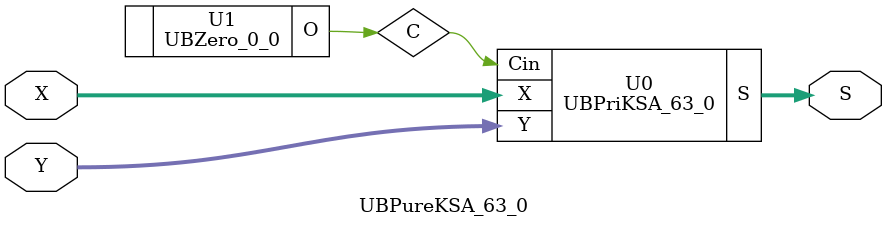
<source format=v>
/*----------------------------------------------------------------------------
  Copyright (c) 2021 Homma laboratory. All rights reserved.

  Top module: UBKSA_15_0_63_0

  Operand-1 length: 16
  Operand-2 length: 64
  Two-operand addition algorithm: Kogge-Stone adder
----------------------------------------------------------------------------*/

module UB1DCON_0(O, I);
  output O;
  input I;
  assign O = I;
endmodule

module UB1DCON_1(O, I);
  output O;
  input I;
  assign O = I;
endmodule

module UB1DCON_2(O, I);
  output O;
  input I;
  assign O = I;
endmodule

module UB1DCON_3(O, I);
  output O;
  input I;
  assign O = I;
endmodule

module UB1DCON_4(O, I);
  output O;
  input I;
  assign O = I;
endmodule

module UB1DCON_5(O, I);
  output O;
  input I;
  assign O = I;
endmodule

module UB1DCON_6(O, I);
  output O;
  input I;
  assign O = I;
endmodule

module UB1DCON_7(O, I);
  output O;
  input I;
  assign O = I;
endmodule

module UB1DCON_8(O, I);
  output O;
  input I;
  assign O = I;
endmodule

module UB1DCON_9(O, I);
  output O;
  input I;
  assign O = I;
endmodule

module UB1DCON_10(O, I);
  output O;
  input I;
  assign O = I;
endmodule

module UB1DCON_11(O, I);
  output O;
  input I;
  assign O = I;
endmodule

module UB1DCON_12(O, I);
  output O;
  input I;
  assign O = I;
endmodule

module UB1DCON_13(O, I);
  output O;
  input I;
  assign O = I;
endmodule

module UB1DCON_14(O, I);
  output O;
  input I;
  assign O = I;
endmodule

module UB1DCON_15(O, I);
  output O;
  input I;
  assign O = I;
endmodule

module UBZero_63_16(O);
  output [63:16] O;
  assign O[16] = 0;
  assign O[17] = 0;
  assign O[18] = 0;
  assign O[19] = 0;
  assign O[20] = 0;
  assign O[21] = 0;
  assign O[22] = 0;
  assign O[23] = 0;
  assign O[24] = 0;
  assign O[25] = 0;
  assign O[26] = 0;
  assign O[27] = 0;
  assign O[28] = 0;
  assign O[29] = 0;
  assign O[30] = 0;
  assign O[31] = 0;
  assign O[32] = 0;
  assign O[33] = 0;
  assign O[34] = 0;
  assign O[35] = 0;
  assign O[36] = 0;
  assign O[37] = 0;
  assign O[38] = 0;
  assign O[39] = 0;
  assign O[40] = 0;
  assign O[41] = 0;
  assign O[42] = 0;
  assign O[43] = 0;
  assign O[44] = 0;
  assign O[45] = 0;
  assign O[46] = 0;
  assign O[47] = 0;
  assign O[48] = 0;
  assign O[49] = 0;
  assign O[50] = 0;
  assign O[51] = 0;
  assign O[52] = 0;
  assign O[53] = 0;
  assign O[54] = 0;
  assign O[55] = 0;
  assign O[56] = 0;
  assign O[57] = 0;
  assign O[58] = 0;
  assign O[59] = 0;
  assign O[60] = 0;
  assign O[61] = 0;
  assign O[62] = 0;
  assign O[63] = 0;
endmodule

module GPGenerator(Go, Po, A, B);
  output Go;
  output Po;
  input A;
  input B;
  assign Go = A & B;
  assign Po = A ^ B;
endmodule

module CarryOperator(Go, Po, Gi1, Pi1, Gi2, Pi2);
  output Go;
  output Po;
  input Gi1;
  input Gi2;
  input Pi1;
  input Pi2;
  assign Go = Gi1 | ( Gi2 & Pi1 );
  assign Po = Pi1 & Pi2;
endmodule

module UBPriKSA_63_0(S, X, Y, Cin);
  output [64:0] S;
  input Cin;
  input [63:0] X;
  input [63:0] Y;
  wire [63:0] G0;
  wire [63:0] G1;
  wire [63:0] G2;
  wire [63:0] G3;
  wire [63:0] G4;
  wire [63:0] G5;
  wire [63:0] G6;
  wire [63:0] P0;
  wire [63:0] P1;
  wire [63:0] P2;
  wire [63:0] P3;
  wire [63:0] P4;
  wire [63:0] P5;
  wire [63:0] P6;
  assign P1[0] = P0[0];
  assign G1[0] = G0[0];
  assign P2[0] = P1[0];
  assign G2[0] = G1[0];
  assign P2[1] = P1[1];
  assign G2[1] = G1[1];
  assign P3[0] = P2[0];
  assign G3[0] = G2[0];
  assign P3[1] = P2[1];
  assign G3[1] = G2[1];
  assign P3[2] = P2[2];
  assign G3[2] = G2[2];
  assign P3[3] = P2[3];
  assign G3[3] = G2[3];
  assign P4[0] = P3[0];
  assign G4[0] = G3[0];
  assign P4[1] = P3[1];
  assign G4[1] = G3[1];
  assign P4[2] = P3[2];
  assign G4[2] = G3[2];
  assign P4[3] = P3[3];
  assign G4[3] = G3[3];
  assign P4[4] = P3[4];
  assign G4[4] = G3[4];
  assign P4[5] = P3[5];
  assign G4[5] = G3[5];
  assign P4[6] = P3[6];
  assign G4[6] = G3[6];
  assign P4[7] = P3[7];
  assign G4[7] = G3[7];
  assign P5[0] = P4[0];
  assign G5[0] = G4[0];
  assign P5[1] = P4[1];
  assign G5[1] = G4[1];
  assign P5[2] = P4[2];
  assign G5[2] = G4[2];
  assign P5[3] = P4[3];
  assign G5[3] = G4[3];
  assign P5[4] = P4[4];
  assign G5[4] = G4[4];
  assign P5[5] = P4[5];
  assign G5[5] = G4[5];
  assign P5[6] = P4[6];
  assign G5[6] = G4[6];
  assign P5[7] = P4[7];
  assign G5[7] = G4[7];
  assign P5[8] = P4[8];
  assign G5[8] = G4[8];
  assign P5[9] = P4[9];
  assign G5[9] = G4[9];
  assign P5[10] = P4[10];
  assign G5[10] = G4[10];
  assign P5[11] = P4[11];
  assign G5[11] = G4[11];
  assign P5[12] = P4[12];
  assign G5[12] = G4[12];
  assign P5[13] = P4[13];
  assign G5[13] = G4[13];
  assign P5[14] = P4[14];
  assign G5[14] = G4[14];
  assign P5[15] = P4[15];
  assign G5[15] = G4[15];
  assign P6[0] = P5[0];
  assign G6[0] = G5[0];
  assign P6[1] = P5[1];
  assign G6[1] = G5[1];
  assign P6[2] = P5[2];
  assign G6[2] = G5[2];
  assign P6[3] = P5[3];
  assign G6[3] = G5[3];
  assign P6[4] = P5[4];
  assign G6[4] = G5[4];
  assign P6[5] = P5[5];
  assign G6[5] = G5[5];
  assign P6[6] = P5[6];
  assign G6[6] = G5[6];
  assign P6[7] = P5[7];
  assign G6[7] = G5[7];
  assign P6[8] = P5[8];
  assign G6[8] = G5[8];
  assign P6[9] = P5[9];
  assign G6[9] = G5[9];
  assign P6[10] = P5[10];
  assign G6[10] = G5[10];
  assign P6[11] = P5[11];
  assign G6[11] = G5[11];
  assign P6[12] = P5[12];
  assign G6[12] = G5[12];
  assign P6[13] = P5[13];
  assign G6[13] = G5[13];
  assign P6[14] = P5[14];
  assign G6[14] = G5[14];
  assign P6[15] = P5[15];
  assign G6[15] = G5[15];
  assign P6[16] = P5[16];
  assign G6[16] = G5[16];
  assign P6[17] = P5[17];
  assign G6[17] = G5[17];
  assign P6[18] = P5[18];
  assign G6[18] = G5[18];
  assign P6[19] = P5[19];
  assign G6[19] = G5[19];
  assign P6[20] = P5[20];
  assign G6[20] = G5[20];
  assign P6[21] = P5[21];
  assign G6[21] = G5[21];
  assign P6[22] = P5[22];
  assign G6[22] = G5[22];
  assign P6[23] = P5[23];
  assign G6[23] = G5[23];
  assign P6[24] = P5[24];
  assign G6[24] = G5[24];
  assign P6[25] = P5[25];
  assign G6[25] = G5[25];
  assign P6[26] = P5[26];
  assign G6[26] = G5[26];
  assign P6[27] = P5[27];
  assign G6[27] = G5[27];
  assign P6[28] = P5[28];
  assign G6[28] = G5[28];
  assign P6[29] = P5[29];
  assign G6[29] = G5[29];
  assign P6[30] = P5[30];
  assign G6[30] = G5[30];
  assign P6[31] = P5[31];
  assign G6[31] = G5[31];
  assign S[0] = Cin ^ P0[0];
  assign S[1] = ( G6[0] | ( P6[0] & Cin ) ) ^ P0[1];
  assign S[2] = ( G6[1] | ( P6[1] & Cin ) ) ^ P0[2];
  assign S[3] = ( G6[2] | ( P6[2] & Cin ) ) ^ P0[3];
  assign S[4] = ( G6[3] | ( P6[3] & Cin ) ) ^ P0[4];
  assign S[5] = ( G6[4] | ( P6[4] & Cin ) ) ^ P0[5];
  assign S[6] = ( G6[5] | ( P6[5] & Cin ) ) ^ P0[6];
  assign S[7] = ( G6[6] | ( P6[6] & Cin ) ) ^ P0[7];
  assign S[8] = ( G6[7] | ( P6[7] & Cin ) ) ^ P0[8];
  assign S[9] = ( G6[8] | ( P6[8] & Cin ) ) ^ P0[9];
  assign S[10] = ( G6[9] | ( P6[9] & Cin ) ) ^ P0[10];
  assign S[11] = ( G6[10] | ( P6[10] & Cin ) ) ^ P0[11];
  assign S[12] = ( G6[11] | ( P6[11] & Cin ) ) ^ P0[12];
  assign S[13] = ( G6[12] | ( P6[12] & Cin ) ) ^ P0[13];
  assign S[14] = ( G6[13] | ( P6[13] & Cin ) ) ^ P0[14];
  assign S[15] = ( G6[14] | ( P6[14] & Cin ) ) ^ P0[15];
  assign S[16] = ( G6[15] | ( P6[15] & Cin ) ) ^ P0[16];
  assign S[17] = ( G6[16] | ( P6[16] & Cin ) ) ^ P0[17];
  assign S[18] = ( G6[17] | ( P6[17] & Cin ) ) ^ P0[18];
  assign S[19] = ( G6[18] | ( P6[18] & Cin ) ) ^ P0[19];
  assign S[20] = ( G6[19] | ( P6[19] & Cin ) ) ^ P0[20];
  assign S[21] = ( G6[20] | ( P6[20] & Cin ) ) ^ P0[21];
  assign S[22] = ( G6[21] | ( P6[21] & Cin ) ) ^ P0[22];
  assign S[23] = ( G6[22] | ( P6[22] & Cin ) ) ^ P0[23];
  assign S[24] = ( G6[23] | ( P6[23] & Cin ) ) ^ P0[24];
  assign S[25] = ( G6[24] | ( P6[24] & Cin ) ) ^ P0[25];
  assign S[26] = ( G6[25] | ( P6[25] & Cin ) ) ^ P0[26];
  assign S[27] = ( G6[26] | ( P6[26] & Cin ) ) ^ P0[27];
  assign S[28] = ( G6[27] | ( P6[27] & Cin ) ) ^ P0[28];
  assign S[29] = ( G6[28] | ( P6[28] & Cin ) ) ^ P0[29];
  assign S[30] = ( G6[29] | ( P6[29] & Cin ) ) ^ P0[30];
  assign S[31] = ( G6[30] | ( P6[30] & Cin ) ) ^ P0[31];
  assign S[32] = ( G6[31] | ( P6[31] & Cin ) ) ^ P0[32];
  assign S[33] = ( G6[32] | ( P6[32] & Cin ) ) ^ P0[33];
  assign S[34] = ( G6[33] | ( P6[33] & Cin ) ) ^ P0[34];
  assign S[35] = ( G6[34] | ( P6[34] & Cin ) ) ^ P0[35];
  assign S[36] = ( G6[35] | ( P6[35] & Cin ) ) ^ P0[36];
  assign S[37] = ( G6[36] | ( P6[36] & Cin ) ) ^ P0[37];
  assign S[38] = ( G6[37] | ( P6[37] & Cin ) ) ^ P0[38];
  assign S[39] = ( G6[38] | ( P6[38] & Cin ) ) ^ P0[39];
  assign S[40] = ( G6[39] | ( P6[39] & Cin ) ) ^ P0[40];
  assign S[41] = ( G6[40] | ( P6[40] & Cin ) ) ^ P0[41];
  assign S[42] = ( G6[41] | ( P6[41] & Cin ) ) ^ P0[42];
  assign S[43] = ( G6[42] | ( P6[42] & Cin ) ) ^ P0[43];
  assign S[44] = ( G6[43] | ( P6[43] & Cin ) ) ^ P0[44];
  assign S[45] = ( G6[44] | ( P6[44] & Cin ) ) ^ P0[45];
  assign S[46] = ( G6[45] | ( P6[45] & Cin ) ) ^ P0[46];
  assign S[47] = ( G6[46] | ( P6[46] & Cin ) ) ^ P0[47];
  assign S[48] = ( G6[47] | ( P6[47] & Cin ) ) ^ P0[48];
  assign S[49] = ( G6[48] | ( P6[48] & Cin ) ) ^ P0[49];
  assign S[50] = ( G6[49] | ( P6[49] & Cin ) ) ^ P0[50];
  assign S[51] = ( G6[50] | ( P6[50] & Cin ) ) ^ P0[51];
  assign S[52] = ( G6[51] | ( P6[51] & Cin ) ) ^ P0[52];
  assign S[53] = ( G6[52] | ( P6[52] & Cin ) ) ^ P0[53];
  assign S[54] = ( G6[53] | ( P6[53] & Cin ) ) ^ P0[54];
  assign S[55] = ( G6[54] | ( P6[54] & Cin ) ) ^ P0[55];
  assign S[56] = ( G6[55] | ( P6[55] & Cin ) ) ^ P0[56];
  assign S[57] = ( G6[56] | ( P6[56] & Cin ) ) ^ P0[57];
  assign S[58] = ( G6[57] | ( P6[57] & Cin ) ) ^ P0[58];
  assign S[59] = ( G6[58] | ( P6[58] & Cin ) ) ^ P0[59];
  assign S[60] = ( G6[59] | ( P6[59] & Cin ) ) ^ P0[60];
  assign S[61] = ( G6[60] | ( P6[60] & Cin ) ) ^ P0[61];
  assign S[62] = ( G6[61] | ( P6[61] & Cin ) ) ^ P0[62];
  assign S[63] = ( G6[62] | ( P6[62] & Cin ) ) ^ P0[63];
  assign S[64] = G6[63] | ( P6[63] & Cin );
  GPGenerator U0 (G0[0], P0[0], X[0], Y[0]);
  GPGenerator U1 (G0[1], P0[1], X[1], Y[1]);
  GPGenerator U2 (G0[2], P0[2], X[2], Y[2]);
  GPGenerator U3 (G0[3], P0[3], X[3], Y[3]);
  GPGenerator U4 (G0[4], P0[4], X[4], Y[4]);
  GPGenerator U5 (G0[5], P0[5], X[5], Y[5]);
  GPGenerator U6 (G0[6], P0[6], X[6], Y[6]);
  GPGenerator U7 (G0[7], P0[7], X[7], Y[7]);
  GPGenerator U8 (G0[8], P0[8], X[8], Y[8]);
  GPGenerator U9 (G0[9], P0[9], X[9], Y[9]);
  GPGenerator U10 (G0[10], P0[10], X[10], Y[10]);
  GPGenerator U11 (G0[11], P0[11], X[11], Y[11]);
  GPGenerator U12 (G0[12], P0[12], X[12], Y[12]);
  GPGenerator U13 (G0[13], P0[13], X[13], Y[13]);
  GPGenerator U14 (G0[14], P0[14], X[14], Y[14]);
  GPGenerator U15 (G0[15], P0[15], X[15], Y[15]);
  GPGenerator U16 (G0[16], P0[16], X[16], Y[16]);
  GPGenerator U17 (G0[17], P0[17], X[17], Y[17]);
  GPGenerator U18 (G0[18], P0[18], X[18], Y[18]);
  GPGenerator U19 (G0[19], P0[19], X[19], Y[19]);
  GPGenerator U20 (G0[20], P0[20], X[20], Y[20]);
  GPGenerator U21 (G0[21], P0[21], X[21], Y[21]);
  GPGenerator U22 (G0[22], P0[22], X[22], Y[22]);
  GPGenerator U23 (G0[23], P0[23], X[23], Y[23]);
  GPGenerator U24 (G0[24], P0[24], X[24], Y[24]);
  GPGenerator U25 (G0[25], P0[25], X[25], Y[25]);
  GPGenerator U26 (G0[26], P0[26], X[26], Y[26]);
  GPGenerator U27 (G0[27], P0[27], X[27], Y[27]);
  GPGenerator U28 (G0[28], P0[28], X[28], Y[28]);
  GPGenerator U29 (G0[29], P0[29], X[29], Y[29]);
  GPGenerator U30 (G0[30], P0[30], X[30], Y[30]);
  GPGenerator U31 (G0[31], P0[31], X[31], Y[31]);
  GPGenerator U32 (G0[32], P0[32], X[32], Y[32]);
  GPGenerator U33 (G0[33], P0[33], X[33], Y[33]);
  GPGenerator U34 (G0[34], P0[34], X[34], Y[34]);
  GPGenerator U35 (G0[35], P0[35], X[35], Y[35]);
  GPGenerator U36 (G0[36], P0[36], X[36], Y[36]);
  GPGenerator U37 (G0[37], P0[37], X[37], Y[37]);
  GPGenerator U38 (G0[38], P0[38], X[38], Y[38]);
  GPGenerator U39 (G0[39], P0[39], X[39], Y[39]);
  GPGenerator U40 (G0[40], P0[40], X[40], Y[40]);
  GPGenerator U41 (G0[41], P0[41], X[41], Y[41]);
  GPGenerator U42 (G0[42], P0[42], X[42], Y[42]);
  GPGenerator U43 (G0[43], P0[43], X[43], Y[43]);
  GPGenerator U44 (G0[44], P0[44], X[44], Y[44]);
  GPGenerator U45 (G0[45], P0[45], X[45], Y[45]);
  GPGenerator U46 (G0[46], P0[46], X[46], Y[46]);
  GPGenerator U47 (G0[47], P0[47], X[47], Y[47]);
  GPGenerator U48 (G0[48], P0[48], X[48], Y[48]);
  GPGenerator U49 (G0[49], P0[49], X[49], Y[49]);
  GPGenerator U50 (G0[50], P0[50], X[50], Y[50]);
  GPGenerator U51 (G0[51], P0[51], X[51], Y[51]);
  GPGenerator U52 (G0[52], P0[52], X[52], Y[52]);
  GPGenerator U53 (G0[53], P0[53], X[53], Y[53]);
  GPGenerator U54 (G0[54], P0[54], X[54], Y[54]);
  GPGenerator U55 (G0[55], P0[55], X[55], Y[55]);
  GPGenerator U56 (G0[56], P0[56], X[56], Y[56]);
  GPGenerator U57 (G0[57], P0[57], X[57], Y[57]);
  GPGenerator U58 (G0[58], P0[58], X[58], Y[58]);
  GPGenerator U59 (G0[59], P0[59], X[59], Y[59]);
  GPGenerator U60 (G0[60], P0[60], X[60], Y[60]);
  GPGenerator U61 (G0[61], P0[61], X[61], Y[61]);
  GPGenerator U62 (G0[62], P0[62], X[62], Y[62]);
  GPGenerator U63 (G0[63], P0[63], X[63], Y[63]);
  CarryOperator U64 (G1[1], P1[1], G0[1], P0[1], G0[0], P0[0]);
  CarryOperator U65 (G1[2], P1[2], G0[2], P0[2], G0[1], P0[1]);
  CarryOperator U66 (G1[3], P1[3], G0[3], P0[3], G0[2], P0[2]);
  CarryOperator U67 (G1[4], P1[4], G0[4], P0[4], G0[3], P0[3]);
  CarryOperator U68 (G1[5], P1[5], G0[5], P0[5], G0[4], P0[4]);
  CarryOperator U69 (G1[6], P1[6], G0[6], P0[6], G0[5], P0[5]);
  CarryOperator U70 (G1[7], P1[7], G0[7], P0[7], G0[6], P0[6]);
  CarryOperator U71 (G1[8], P1[8], G0[8], P0[8], G0[7], P0[7]);
  CarryOperator U72 (G1[9], P1[9], G0[9], P0[9], G0[8], P0[8]);
  CarryOperator U73 (G1[10], P1[10], G0[10], P0[10], G0[9], P0[9]);
  CarryOperator U74 (G1[11], P1[11], G0[11], P0[11], G0[10], P0[10]);
  CarryOperator U75 (G1[12], P1[12], G0[12], P0[12], G0[11], P0[11]);
  CarryOperator U76 (G1[13], P1[13], G0[13], P0[13], G0[12], P0[12]);
  CarryOperator U77 (G1[14], P1[14], G0[14], P0[14], G0[13], P0[13]);
  CarryOperator U78 (G1[15], P1[15], G0[15], P0[15], G0[14], P0[14]);
  CarryOperator U79 (G1[16], P1[16], G0[16], P0[16], G0[15], P0[15]);
  CarryOperator U80 (G1[17], P1[17], G0[17], P0[17], G0[16], P0[16]);
  CarryOperator U81 (G1[18], P1[18], G0[18], P0[18], G0[17], P0[17]);
  CarryOperator U82 (G1[19], P1[19], G0[19], P0[19], G0[18], P0[18]);
  CarryOperator U83 (G1[20], P1[20], G0[20], P0[20], G0[19], P0[19]);
  CarryOperator U84 (G1[21], P1[21], G0[21], P0[21], G0[20], P0[20]);
  CarryOperator U85 (G1[22], P1[22], G0[22], P0[22], G0[21], P0[21]);
  CarryOperator U86 (G1[23], P1[23], G0[23], P0[23], G0[22], P0[22]);
  CarryOperator U87 (G1[24], P1[24], G0[24], P0[24], G0[23], P0[23]);
  CarryOperator U88 (G1[25], P1[25], G0[25], P0[25], G0[24], P0[24]);
  CarryOperator U89 (G1[26], P1[26], G0[26], P0[26], G0[25], P0[25]);
  CarryOperator U90 (G1[27], P1[27], G0[27], P0[27], G0[26], P0[26]);
  CarryOperator U91 (G1[28], P1[28], G0[28], P0[28], G0[27], P0[27]);
  CarryOperator U92 (G1[29], P1[29], G0[29], P0[29], G0[28], P0[28]);
  CarryOperator U93 (G1[30], P1[30], G0[30], P0[30], G0[29], P0[29]);
  CarryOperator U94 (G1[31], P1[31], G0[31], P0[31], G0[30], P0[30]);
  CarryOperator U95 (G1[32], P1[32], G0[32], P0[32], G0[31], P0[31]);
  CarryOperator U96 (G1[33], P1[33], G0[33], P0[33], G0[32], P0[32]);
  CarryOperator U97 (G1[34], P1[34], G0[34], P0[34], G0[33], P0[33]);
  CarryOperator U98 (G1[35], P1[35], G0[35], P0[35], G0[34], P0[34]);
  CarryOperator U99 (G1[36], P1[36], G0[36], P0[36], G0[35], P0[35]);
  CarryOperator U100 (G1[37], P1[37], G0[37], P0[37], G0[36], P0[36]);
  CarryOperator U101 (G1[38], P1[38], G0[38], P0[38], G0[37], P0[37]);
  CarryOperator U102 (G1[39], P1[39], G0[39], P0[39], G0[38], P0[38]);
  CarryOperator U103 (G1[40], P1[40], G0[40], P0[40], G0[39], P0[39]);
  CarryOperator U104 (G1[41], P1[41], G0[41], P0[41], G0[40], P0[40]);
  CarryOperator U105 (G1[42], P1[42], G0[42], P0[42], G0[41], P0[41]);
  CarryOperator U106 (G1[43], P1[43], G0[43], P0[43], G0[42], P0[42]);
  CarryOperator U107 (G1[44], P1[44], G0[44], P0[44], G0[43], P0[43]);
  CarryOperator U108 (G1[45], P1[45], G0[45], P0[45], G0[44], P0[44]);
  CarryOperator U109 (G1[46], P1[46], G0[46], P0[46], G0[45], P0[45]);
  CarryOperator U110 (G1[47], P1[47], G0[47], P0[47], G0[46], P0[46]);
  CarryOperator U111 (G1[48], P1[48], G0[48], P0[48], G0[47], P0[47]);
  CarryOperator U112 (G1[49], P1[49], G0[49], P0[49], G0[48], P0[48]);
  CarryOperator U113 (G1[50], P1[50], G0[50], P0[50], G0[49], P0[49]);
  CarryOperator U114 (G1[51], P1[51], G0[51], P0[51], G0[50], P0[50]);
  CarryOperator U115 (G1[52], P1[52], G0[52], P0[52], G0[51], P0[51]);
  CarryOperator U116 (G1[53], P1[53], G0[53], P0[53], G0[52], P0[52]);
  CarryOperator U117 (G1[54], P1[54], G0[54], P0[54], G0[53], P0[53]);
  CarryOperator U118 (G1[55], P1[55], G0[55], P0[55], G0[54], P0[54]);
  CarryOperator U119 (G1[56], P1[56], G0[56], P0[56], G0[55], P0[55]);
  CarryOperator U120 (G1[57], P1[57], G0[57], P0[57], G0[56], P0[56]);
  CarryOperator U121 (G1[58], P1[58], G0[58], P0[58], G0[57], P0[57]);
  CarryOperator U122 (G1[59], P1[59], G0[59], P0[59], G0[58], P0[58]);
  CarryOperator U123 (G1[60], P1[60], G0[60], P0[60], G0[59], P0[59]);
  CarryOperator U124 (G1[61], P1[61], G0[61], P0[61], G0[60], P0[60]);
  CarryOperator U125 (G1[62], P1[62], G0[62], P0[62], G0[61], P0[61]);
  CarryOperator U126 (G1[63], P1[63], G0[63], P0[63], G0[62], P0[62]);
  CarryOperator U127 (G2[2], P2[2], G1[2], P1[2], G1[0], P1[0]);
  CarryOperator U128 (G2[3], P2[3], G1[3], P1[3], G1[1], P1[1]);
  CarryOperator U129 (G2[4], P2[4], G1[4], P1[4], G1[2], P1[2]);
  CarryOperator U130 (G2[5], P2[5], G1[5], P1[5], G1[3], P1[3]);
  CarryOperator U131 (G2[6], P2[6], G1[6], P1[6], G1[4], P1[4]);
  CarryOperator U132 (G2[7], P2[7], G1[7], P1[7], G1[5], P1[5]);
  CarryOperator U133 (G2[8], P2[8], G1[8], P1[8], G1[6], P1[6]);
  CarryOperator U134 (G2[9], P2[9], G1[9], P1[9], G1[7], P1[7]);
  CarryOperator U135 (G2[10], P2[10], G1[10], P1[10], G1[8], P1[8]);
  CarryOperator U136 (G2[11], P2[11], G1[11], P1[11], G1[9], P1[9]);
  CarryOperator U137 (G2[12], P2[12], G1[12], P1[12], G1[10], P1[10]);
  CarryOperator U138 (G2[13], P2[13], G1[13], P1[13], G1[11], P1[11]);
  CarryOperator U139 (G2[14], P2[14], G1[14], P1[14], G1[12], P1[12]);
  CarryOperator U140 (G2[15], P2[15], G1[15], P1[15], G1[13], P1[13]);
  CarryOperator U141 (G2[16], P2[16], G1[16], P1[16], G1[14], P1[14]);
  CarryOperator U142 (G2[17], P2[17], G1[17], P1[17], G1[15], P1[15]);
  CarryOperator U143 (G2[18], P2[18], G1[18], P1[18], G1[16], P1[16]);
  CarryOperator U144 (G2[19], P2[19], G1[19], P1[19], G1[17], P1[17]);
  CarryOperator U145 (G2[20], P2[20], G1[20], P1[20], G1[18], P1[18]);
  CarryOperator U146 (G2[21], P2[21], G1[21], P1[21], G1[19], P1[19]);
  CarryOperator U147 (G2[22], P2[22], G1[22], P1[22], G1[20], P1[20]);
  CarryOperator U148 (G2[23], P2[23], G1[23], P1[23], G1[21], P1[21]);
  CarryOperator U149 (G2[24], P2[24], G1[24], P1[24], G1[22], P1[22]);
  CarryOperator U150 (G2[25], P2[25], G1[25], P1[25], G1[23], P1[23]);
  CarryOperator U151 (G2[26], P2[26], G1[26], P1[26], G1[24], P1[24]);
  CarryOperator U152 (G2[27], P2[27], G1[27], P1[27], G1[25], P1[25]);
  CarryOperator U153 (G2[28], P2[28], G1[28], P1[28], G1[26], P1[26]);
  CarryOperator U154 (G2[29], P2[29], G1[29], P1[29], G1[27], P1[27]);
  CarryOperator U155 (G2[30], P2[30], G1[30], P1[30], G1[28], P1[28]);
  CarryOperator U156 (G2[31], P2[31], G1[31], P1[31], G1[29], P1[29]);
  CarryOperator U157 (G2[32], P2[32], G1[32], P1[32], G1[30], P1[30]);
  CarryOperator U158 (G2[33], P2[33], G1[33], P1[33], G1[31], P1[31]);
  CarryOperator U159 (G2[34], P2[34], G1[34], P1[34], G1[32], P1[32]);
  CarryOperator U160 (G2[35], P2[35], G1[35], P1[35], G1[33], P1[33]);
  CarryOperator U161 (G2[36], P2[36], G1[36], P1[36], G1[34], P1[34]);
  CarryOperator U162 (G2[37], P2[37], G1[37], P1[37], G1[35], P1[35]);
  CarryOperator U163 (G2[38], P2[38], G1[38], P1[38], G1[36], P1[36]);
  CarryOperator U164 (G2[39], P2[39], G1[39], P1[39], G1[37], P1[37]);
  CarryOperator U165 (G2[40], P2[40], G1[40], P1[40], G1[38], P1[38]);
  CarryOperator U166 (G2[41], P2[41], G1[41], P1[41], G1[39], P1[39]);
  CarryOperator U167 (G2[42], P2[42], G1[42], P1[42], G1[40], P1[40]);
  CarryOperator U168 (G2[43], P2[43], G1[43], P1[43], G1[41], P1[41]);
  CarryOperator U169 (G2[44], P2[44], G1[44], P1[44], G1[42], P1[42]);
  CarryOperator U170 (G2[45], P2[45], G1[45], P1[45], G1[43], P1[43]);
  CarryOperator U171 (G2[46], P2[46], G1[46], P1[46], G1[44], P1[44]);
  CarryOperator U172 (G2[47], P2[47], G1[47], P1[47], G1[45], P1[45]);
  CarryOperator U173 (G2[48], P2[48], G1[48], P1[48], G1[46], P1[46]);
  CarryOperator U174 (G2[49], P2[49], G1[49], P1[49], G1[47], P1[47]);
  CarryOperator U175 (G2[50], P2[50], G1[50], P1[50], G1[48], P1[48]);
  CarryOperator U176 (G2[51], P2[51], G1[51], P1[51], G1[49], P1[49]);
  CarryOperator U177 (G2[52], P2[52], G1[52], P1[52], G1[50], P1[50]);
  CarryOperator U178 (G2[53], P2[53], G1[53], P1[53], G1[51], P1[51]);
  CarryOperator U179 (G2[54], P2[54], G1[54], P1[54], G1[52], P1[52]);
  CarryOperator U180 (G2[55], P2[55], G1[55], P1[55], G1[53], P1[53]);
  CarryOperator U181 (G2[56], P2[56], G1[56], P1[56], G1[54], P1[54]);
  CarryOperator U182 (G2[57], P2[57], G1[57], P1[57], G1[55], P1[55]);
  CarryOperator U183 (G2[58], P2[58], G1[58], P1[58], G1[56], P1[56]);
  CarryOperator U184 (G2[59], P2[59], G1[59], P1[59], G1[57], P1[57]);
  CarryOperator U185 (G2[60], P2[60], G1[60], P1[60], G1[58], P1[58]);
  CarryOperator U186 (G2[61], P2[61], G1[61], P1[61], G1[59], P1[59]);
  CarryOperator U187 (G2[62], P2[62], G1[62], P1[62], G1[60], P1[60]);
  CarryOperator U188 (G2[63], P2[63], G1[63], P1[63], G1[61], P1[61]);
  CarryOperator U189 (G3[4], P3[4], G2[4], P2[4], G2[0], P2[0]);
  CarryOperator U190 (G3[5], P3[5], G2[5], P2[5], G2[1], P2[1]);
  CarryOperator U191 (G3[6], P3[6], G2[6], P2[6], G2[2], P2[2]);
  CarryOperator U192 (G3[7], P3[7], G2[7], P2[7], G2[3], P2[3]);
  CarryOperator U193 (G3[8], P3[8], G2[8], P2[8], G2[4], P2[4]);
  CarryOperator U194 (G3[9], P3[9], G2[9], P2[9], G2[5], P2[5]);
  CarryOperator U195 (G3[10], P3[10], G2[10], P2[10], G2[6], P2[6]);
  CarryOperator U196 (G3[11], P3[11], G2[11], P2[11], G2[7], P2[7]);
  CarryOperator U197 (G3[12], P3[12], G2[12], P2[12], G2[8], P2[8]);
  CarryOperator U198 (G3[13], P3[13], G2[13], P2[13], G2[9], P2[9]);
  CarryOperator U199 (G3[14], P3[14], G2[14], P2[14], G2[10], P2[10]);
  CarryOperator U200 (G3[15], P3[15], G2[15], P2[15], G2[11], P2[11]);
  CarryOperator U201 (G3[16], P3[16], G2[16], P2[16], G2[12], P2[12]);
  CarryOperator U202 (G3[17], P3[17], G2[17], P2[17], G2[13], P2[13]);
  CarryOperator U203 (G3[18], P3[18], G2[18], P2[18], G2[14], P2[14]);
  CarryOperator U204 (G3[19], P3[19], G2[19], P2[19], G2[15], P2[15]);
  CarryOperator U205 (G3[20], P3[20], G2[20], P2[20], G2[16], P2[16]);
  CarryOperator U206 (G3[21], P3[21], G2[21], P2[21], G2[17], P2[17]);
  CarryOperator U207 (G3[22], P3[22], G2[22], P2[22], G2[18], P2[18]);
  CarryOperator U208 (G3[23], P3[23], G2[23], P2[23], G2[19], P2[19]);
  CarryOperator U209 (G3[24], P3[24], G2[24], P2[24], G2[20], P2[20]);
  CarryOperator U210 (G3[25], P3[25], G2[25], P2[25], G2[21], P2[21]);
  CarryOperator U211 (G3[26], P3[26], G2[26], P2[26], G2[22], P2[22]);
  CarryOperator U212 (G3[27], P3[27], G2[27], P2[27], G2[23], P2[23]);
  CarryOperator U213 (G3[28], P3[28], G2[28], P2[28], G2[24], P2[24]);
  CarryOperator U214 (G3[29], P3[29], G2[29], P2[29], G2[25], P2[25]);
  CarryOperator U215 (G3[30], P3[30], G2[30], P2[30], G2[26], P2[26]);
  CarryOperator U216 (G3[31], P3[31], G2[31], P2[31], G2[27], P2[27]);
  CarryOperator U217 (G3[32], P3[32], G2[32], P2[32], G2[28], P2[28]);
  CarryOperator U218 (G3[33], P3[33], G2[33], P2[33], G2[29], P2[29]);
  CarryOperator U219 (G3[34], P3[34], G2[34], P2[34], G2[30], P2[30]);
  CarryOperator U220 (G3[35], P3[35], G2[35], P2[35], G2[31], P2[31]);
  CarryOperator U221 (G3[36], P3[36], G2[36], P2[36], G2[32], P2[32]);
  CarryOperator U222 (G3[37], P3[37], G2[37], P2[37], G2[33], P2[33]);
  CarryOperator U223 (G3[38], P3[38], G2[38], P2[38], G2[34], P2[34]);
  CarryOperator U224 (G3[39], P3[39], G2[39], P2[39], G2[35], P2[35]);
  CarryOperator U225 (G3[40], P3[40], G2[40], P2[40], G2[36], P2[36]);
  CarryOperator U226 (G3[41], P3[41], G2[41], P2[41], G2[37], P2[37]);
  CarryOperator U227 (G3[42], P3[42], G2[42], P2[42], G2[38], P2[38]);
  CarryOperator U228 (G3[43], P3[43], G2[43], P2[43], G2[39], P2[39]);
  CarryOperator U229 (G3[44], P3[44], G2[44], P2[44], G2[40], P2[40]);
  CarryOperator U230 (G3[45], P3[45], G2[45], P2[45], G2[41], P2[41]);
  CarryOperator U231 (G3[46], P3[46], G2[46], P2[46], G2[42], P2[42]);
  CarryOperator U232 (G3[47], P3[47], G2[47], P2[47], G2[43], P2[43]);
  CarryOperator U233 (G3[48], P3[48], G2[48], P2[48], G2[44], P2[44]);
  CarryOperator U234 (G3[49], P3[49], G2[49], P2[49], G2[45], P2[45]);
  CarryOperator U235 (G3[50], P3[50], G2[50], P2[50], G2[46], P2[46]);
  CarryOperator U236 (G3[51], P3[51], G2[51], P2[51], G2[47], P2[47]);
  CarryOperator U237 (G3[52], P3[52], G2[52], P2[52], G2[48], P2[48]);
  CarryOperator U238 (G3[53], P3[53], G2[53], P2[53], G2[49], P2[49]);
  CarryOperator U239 (G3[54], P3[54], G2[54], P2[54], G2[50], P2[50]);
  CarryOperator U240 (G3[55], P3[55], G2[55], P2[55], G2[51], P2[51]);
  CarryOperator U241 (G3[56], P3[56], G2[56], P2[56], G2[52], P2[52]);
  CarryOperator U242 (G3[57], P3[57], G2[57], P2[57], G2[53], P2[53]);
  CarryOperator U243 (G3[58], P3[58], G2[58], P2[58], G2[54], P2[54]);
  CarryOperator U244 (G3[59], P3[59], G2[59], P2[59], G2[55], P2[55]);
  CarryOperator U245 (G3[60], P3[60], G2[60], P2[60], G2[56], P2[56]);
  CarryOperator U246 (G3[61], P3[61], G2[61], P2[61], G2[57], P2[57]);
  CarryOperator U247 (G3[62], P3[62], G2[62], P2[62], G2[58], P2[58]);
  CarryOperator U248 (G3[63], P3[63], G2[63], P2[63], G2[59], P2[59]);
  CarryOperator U249 (G4[8], P4[8], G3[8], P3[8], G3[0], P3[0]);
  CarryOperator U250 (G4[9], P4[9], G3[9], P3[9], G3[1], P3[1]);
  CarryOperator U251 (G4[10], P4[10], G3[10], P3[10], G3[2], P3[2]);
  CarryOperator U252 (G4[11], P4[11], G3[11], P3[11], G3[3], P3[3]);
  CarryOperator U253 (G4[12], P4[12], G3[12], P3[12], G3[4], P3[4]);
  CarryOperator U254 (G4[13], P4[13], G3[13], P3[13], G3[5], P3[5]);
  CarryOperator U255 (G4[14], P4[14], G3[14], P3[14], G3[6], P3[6]);
  CarryOperator U256 (G4[15], P4[15], G3[15], P3[15], G3[7], P3[7]);
  CarryOperator U257 (G4[16], P4[16], G3[16], P3[16], G3[8], P3[8]);
  CarryOperator U258 (G4[17], P4[17], G3[17], P3[17], G3[9], P3[9]);
  CarryOperator U259 (G4[18], P4[18], G3[18], P3[18], G3[10], P3[10]);
  CarryOperator U260 (G4[19], P4[19], G3[19], P3[19], G3[11], P3[11]);
  CarryOperator U261 (G4[20], P4[20], G3[20], P3[20], G3[12], P3[12]);
  CarryOperator U262 (G4[21], P4[21], G3[21], P3[21], G3[13], P3[13]);
  CarryOperator U263 (G4[22], P4[22], G3[22], P3[22], G3[14], P3[14]);
  CarryOperator U264 (G4[23], P4[23], G3[23], P3[23], G3[15], P3[15]);
  CarryOperator U265 (G4[24], P4[24], G3[24], P3[24], G3[16], P3[16]);
  CarryOperator U266 (G4[25], P4[25], G3[25], P3[25], G3[17], P3[17]);
  CarryOperator U267 (G4[26], P4[26], G3[26], P3[26], G3[18], P3[18]);
  CarryOperator U268 (G4[27], P4[27], G3[27], P3[27], G3[19], P3[19]);
  CarryOperator U269 (G4[28], P4[28], G3[28], P3[28], G3[20], P3[20]);
  CarryOperator U270 (G4[29], P4[29], G3[29], P3[29], G3[21], P3[21]);
  CarryOperator U271 (G4[30], P4[30], G3[30], P3[30], G3[22], P3[22]);
  CarryOperator U272 (G4[31], P4[31], G3[31], P3[31], G3[23], P3[23]);
  CarryOperator U273 (G4[32], P4[32], G3[32], P3[32], G3[24], P3[24]);
  CarryOperator U274 (G4[33], P4[33], G3[33], P3[33], G3[25], P3[25]);
  CarryOperator U275 (G4[34], P4[34], G3[34], P3[34], G3[26], P3[26]);
  CarryOperator U276 (G4[35], P4[35], G3[35], P3[35], G3[27], P3[27]);
  CarryOperator U277 (G4[36], P4[36], G3[36], P3[36], G3[28], P3[28]);
  CarryOperator U278 (G4[37], P4[37], G3[37], P3[37], G3[29], P3[29]);
  CarryOperator U279 (G4[38], P4[38], G3[38], P3[38], G3[30], P3[30]);
  CarryOperator U280 (G4[39], P4[39], G3[39], P3[39], G3[31], P3[31]);
  CarryOperator U281 (G4[40], P4[40], G3[40], P3[40], G3[32], P3[32]);
  CarryOperator U282 (G4[41], P4[41], G3[41], P3[41], G3[33], P3[33]);
  CarryOperator U283 (G4[42], P4[42], G3[42], P3[42], G3[34], P3[34]);
  CarryOperator U284 (G4[43], P4[43], G3[43], P3[43], G3[35], P3[35]);
  CarryOperator U285 (G4[44], P4[44], G3[44], P3[44], G3[36], P3[36]);
  CarryOperator U286 (G4[45], P4[45], G3[45], P3[45], G3[37], P3[37]);
  CarryOperator U287 (G4[46], P4[46], G3[46], P3[46], G3[38], P3[38]);
  CarryOperator U288 (G4[47], P4[47], G3[47], P3[47], G3[39], P3[39]);
  CarryOperator U289 (G4[48], P4[48], G3[48], P3[48], G3[40], P3[40]);
  CarryOperator U290 (G4[49], P4[49], G3[49], P3[49], G3[41], P3[41]);
  CarryOperator U291 (G4[50], P4[50], G3[50], P3[50], G3[42], P3[42]);
  CarryOperator U292 (G4[51], P4[51], G3[51], P3[51], G3[43], P3[43]);
  CarryOperator U293 (G4[52], P4[52], G3[52], P3[52], G3[44], P3[44]);
  CarryOperator U294 (G4[53], P4[53], G3[53], P3[53], G3[45], P3[45]);
  CarryOperator U295 (G4[54], P4[54], G3[54], P3[54], G3[46], P3[46]);
  CarryOperator U296 (G4[55], P4[55], G3[55], P3[55], G3[47], P3[47]);
  CarryOperator U297 (G4[56], P4[56], G3[56], P3[56], G3[48], P3[48]);
  CarryOperator U298 (G4[57], P4[57], G3[57], P3[57], G3[49], P3[49]);
  CarryOperator U299 (G4[58], P4[58], G3[58], P3[58], G3[50], P3[50]);
  CarryOperator U300 (G4[59], P4[59], G3[59], P3[59], G3[51], P3[51]);
  CarryOperator U301 (G4[60], P4[60], G3[60], P3[60], G3[52], P3[52]);
  CarryOperator U302 (G4[61], P4[61], G3[61], P3[61], G3[53], P3[53]);
  CarryOperator U303 (G4[62], P4[62], G3[62], P3[62], G3[54], P3[54]);
  CarryOperator U304 (G4[63], P4[63], G3[63], P3[63], G3[55], P3[55]);
  CarryOperator U305 (G5[16], P5[16], G4[16], P4[16], G4[0], P4[0]);
  CarryOperator U306 (G5[17], P5[17], G4[17], P4[17], G4[1], P4[1]);
  CarryOperator U307 (G5[18], P5[18], G4[18], P4[18], G4[2], P4[2]);
  CarryOperator U308 (G5[19], P5[19], G4[19], P4[19], G4[3], P4[3]);
  CarryOperator U309 (G5[20], P5[20], G4[20], P4[20], G4[4], P4[4]);
  CarryOperator U310 (G5[21], P5[21], G4[21], P4[21], G4[5], P4[5]);
  CarryOperator U311 (G5[22], P5[22], G4[22], P4[22], G4[6], P4[6]);
  CarryOperator U312 (G5[23], P5[23], G4[23], P4[23], G4[7], P4[7]);
  CarryOperator U313 (G5[24], P5[24], G4[24], P4[24], G4[8], P4[8]);
  CarryOperator U314 (G5[25], P5[25], G4[25], P4[25], G4[9], P4[9]);
  CarryOperator U315 (G5[26], P5[26], G4[26], P4[26], G4[10], P4[10]);
  CarryOperator U316 (G5[27], P5[27], G4[27], P4[27], G4[11], P4[11]);
  CarryOperator U317 (G5[28], P5[28], G4[28], P4[28], G4[12], P4[12]);
  CarryOperator U318 (G5[29], P5[29], G4[29], P4[29], G4[13], P4[13]);
  CarryOperator U319 (G5[30], P5[30], G4[30], P4[30], G4[14], P4[14]);
  CarryOperator U320 (G5[31], P5[31], G4[31], P4[31], G4[15], P4[15]);
  CarryOperator U321 (G5[32], P5[32], G4[32], P4[32], G4[16], P4[16]);
  CarryOperator U322 (G5[33], P5[33], G4[33], P4[33], G4[17], P4[17]);
  CarryOperator U323 (G5[34], P5[34], G4[34], P4[34], G4[18], P4[18]);
  CarryOperator U324 (G5[35], P5[35], G4[35], P4[35], G4[19], P4[19]);
  CarryOperator U325 (G5[36], P5[36], G4[36], P4[36], G4[20], P4[20]);
  CarryOperator U326 (G5[37], P5[37], G4[37], P4[37], G4[21], P4[21]);
  CarryOperator U327 (G5[38], P5[38], G4[38], P4[38], G4[22], P4[22]);
  CarryOperator U328 (G5[39], P5[39], G4[39], P4[39], G4[23], P4[23]);
  CarryOperator U329 (G5[40], P5[40], G4[40], P4[40], G4[24], P4[24]);
  CarryOperator U330 (G5[41], P5[41], G4[41], P4[41], G4[25], P4[25]);
  CarryOperator U331 (G5[42], P5[42], G4[42], P4[42], G4[26], P4[26]);
  CarryOperator U332 (G5[43], P5[43], G4[43], P4[43], G4[27], P4[27]);
  CarryOperator U333 (G5[44], P5[44], G4[44], P4[44], G4[28], P4[28]);
  CarryOperator U334 (G5[45], P5[45], G4[45], P4[45], G4[29], P4[29]);
  CarryOperator U335 (G5[46], P5[46], G4[46], P4[46], G4[30], P4[30]);
  CarryOperator U336 (G5[47], P5[47], G4[47], P4[47], G4[31], P4[31]);
  CarryOperator U337 (G5[48], P5[48], G4[48], P4[48], G4[32], P4[32]);
  CarryOperator U338 (G5[49], P5[49], G4[49], P4[49], G4[33], P4[33]);
  CarryOperator U339 (G5[50], P5[50], G4[50], P4[50], G4[34], P4[34]);
  CarryOperator U340 (G5[51], P5[51], G4[51], P4[51], G4[35], P4[35]);
  CarryOperator U341 (G5[52], P5[52], G4[52], P4[52], G4[36], P4[36]);
  CarryOperator U342 (G5[53], P5[53], G4[53], P4[53], G4[37], P4[37]);
  CarryOperator U343 (G5[54], P5[54], G4[54], P4[54], G4[38], P4[38]);
  CarryOperator U344 (G5[55], P5[55], G4[55], P4[55], G4[39], P4[39]);
  CarryOperator U345 (G5[56], P5[56], G4[56], P4[56], G4[40], P4[40]);
  CarryOperator U346 (G5[57], P5[57], G4[57], P4[57], G4[41], P4[41]);
  CarryOperator U347 (G5[58], P5[58], G4[58], P4[58], G4[42], P4[42]);
  CarryOperator U348 (G5[59], P5[59], G4[59], P4[59], G4[43], P4[43]);
  CarryOperator U349 (G5[60], P5[60], G4[60], P4[60], G4[44], P4[44]);
  CarryOperator U350 (G5[61], P5[61], G4[61], P4[61], G4[45], P4[45]);
  CarryOperator U351 (G5[62], P5[62], G4[62], P4[62], G4[46], P4[46]);
  CarryOperator U352 (G5[63], P5[63], G4[63], P4[63], G4[47], P4[47]);
  CarryOperator U353 (G6[32], P6[32], G5[32], P5[32], G5[0], P5[0]);
  CarryOperator U354 (G6[33], P6[33], G5[33], P5[33], G5[1], P5[1]);
  CarryOperator U355 (G6[34], P6[34], G5[34], P5[34], G5[2], P5[2]);
  CarryOperator U356 (G6[35], P6[35], G5[35], P5[35], G5[3], P5[3]);
  CarryOperator U357 (G6[36], P6[36], G5[36], P5[36], G5[4], P5[4]);
  CarryOperator U358 (G6[37], P6[37], G5[37], P5[37], G5[5], P5[5]);
  CarryOperator U359 (G6[38], P6[38], G5[38], P5[38], G5[6], P5[6]);
  CarryOperator U360 (G6[39], P6[39], G5[39], P5[39], G5[7], P5[7]);
  CarryOperator U361 (G6[40], P6[40], G5[40], P5[40], G5[8], P5[8]);
  CarryOperator U362 (G6[41], P6[41], G5[41], P5[41], G5[9], P5[9]);
  CarryOperator U363 (G6[42], P6[42], G5[42], P5[42], G5[10], P5[10]);
  CarryOperator U364 (G6[43], P6[43], G5[43], P5[43], G5[11], P5[11]);
  CarryOperator U365 (G6[44], P6[44], G5[44], P5[44], G5[12], P5[12]);
  CarryOperator U366 (G6[45], P6[45], G5[45], P5[45], G5[13], P5[13]);
  CarryOperator U367 (G6[46], P6[46], G5[46], P5[46], G5[14], P5[14]);
  CarryOperator U368 (G6[47], P6[47], G5[47], P5[47], G5[15], P5[15]);
  CarryOperator U369 (G6[48], P6[48], G5[48], P5[48], G5[16], P5[16]);
  CarryOperator U370 (G6[49], P6[49], G5[49], P5[49], G5[17], P5[17]);
  CarryOperator U371 (G6[50], P6[50], G5[50], P5[50], G5[18], P5[18]);
  CarryOperator U372 (G6[51], P6[51], G5[51], P5[51], G5[19], P5[19]);
  CarryOperator U373 (G6[52], P6[52], G5[52], P5[52], G5[20], P5[20]);
  CarryOperator U374 (G6[53], P6[53], G5[53], P5[53], G5[21], P5[21]);
  CarryOperator U375 (G6[54], P6[54], G5[54], P5[54], G5[22], P5[22]);
  CarryOperator U376 (G6[55], P6[55], G5[55], P5[55], G5[23], P5[23]);
  CarryOperator U377 (G6[56], P6[56], G5[56], P5[56], G5[24], P5[24]);
  CarryOperator U378 (G6[57], P6[57], G5[57], P5[57], G5[25], P5[25]);
  CarryOperator U379 (G6[58], P6[58], G5[58], P5[58], G5[26], P5[26]);
  CarryOperator U380 (G6[59], P6[59], G5[59], P5[59], G5[27], P5[27]);
  CarryOperator U381 (G6[60], P6[60], G5[60], P5[60], G5[28], P5[28]);
  CarryOperator U382 (G6[61], P6[61], G5[61], P5[61], G5[29], P5[29]);
  CarryOperator U383 (G6[62], P6[62], G5[62], P5[62], G5[30], P5[30]);
  CarryOperator U384 (G6[63], P6[63], G5[63], P5[63], G5[31], P5[31]);
endmodule

module UBZero_0_0(O);
  output [0:0] O;
  assign O[0] = 0;
endmodule

module UBCON_15_0 (O, I);
  output [15:0] O;
  input [15:0] I;
  UB1DCON_0 U0 (O[0], I[0]);
  UB1DCON_1 U1 (O[1], I[1]);
  UB1DCON_2 U2 (O[2], I[2]);
  UB1DCON_3 U3 (O[3], I[3]);
  UB1DCON_4 U4 (O[4], I[4]);
  UB1DCON_5 U5 (O[5], I[5]);
  UB1DCON_6 U6 (O[6], I[6]);
  UB1DCON_7 U7 (O[7], I[7]);
  UB1DCON_8 U8 (O[8], I[8]);
  UB1DCON_9 U9 (O[9], I[9]);
  UB1DCON_10 U10 (O[10], I[10]);
  UB1DCON_11 U11 (O[11], I[11]);
  UB1DCON_12 U12 (O[12], I[12]);
  UB1DCON_13 U13 (O[13], I[13]);
  UB1DCON_14 U14 (O[14], I[14]);
  UB1DCON_15 U15 (O[15], I[15]);
endmodule

module UBExtender_15_0_6000 (O, I);
  output [63:0] O;
  input [15:0] I;
  UBCON_15_0 U0 (O[15:0], I[15:0]);
  UBZero_63_16 U1 (O[63:16]);
endmodule

module UBKSA_15_0_63_0 (S, X, Y);
  output [64:0] S;
  input [15:0] X;
  input [63:0] Y;
  wire [63:0] Z;
  UBExtender_15_0_6000 U0 (Z[63:0], X[15:0]);
  UBPureKSA_63_0 U1 (S[64:0], Z[63:0], Y[63:0]);
endmodule

module UBPureKSA_63_0 (S, X, Y);
  output [64:0] S;
  input [63:0] X;
  input [63:0] Y;
  wire C;
  UBPriKSA_63_0 U0 (S, X, Y, C);
  UBZero_0_0 U1 (C);
endmodule


</source>
